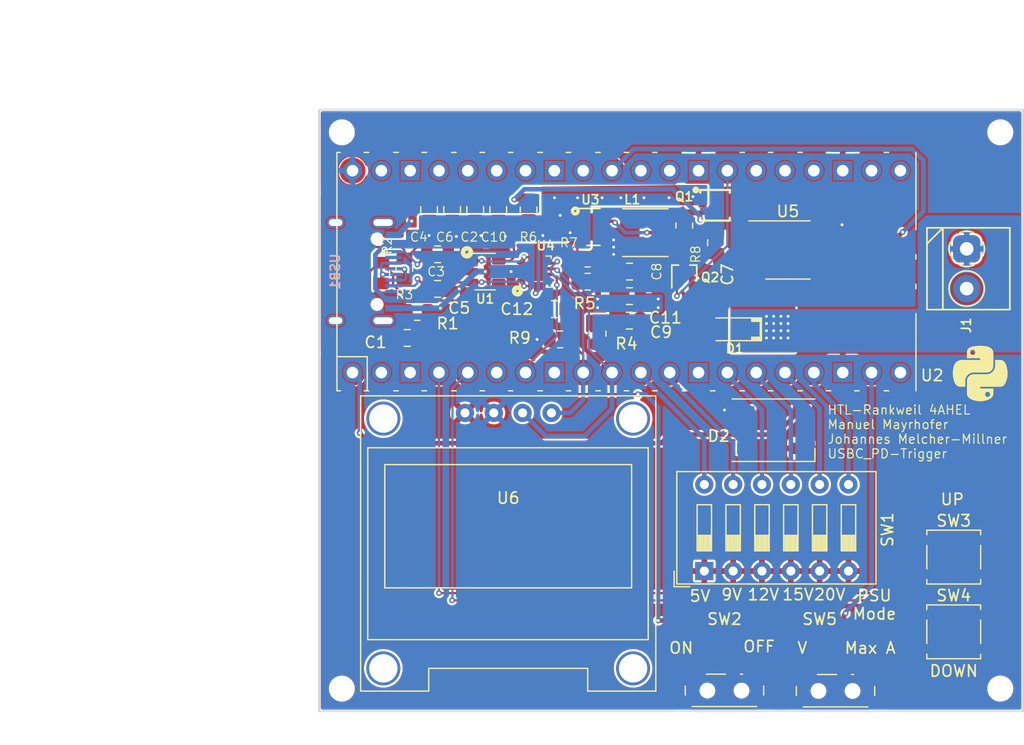
<source format=kicad_pcb>
(kicad_pcb (version 20221018) (generator pcbnew)
  (layers (0 "F.Cu" signal) (31 "B.Cu" signal) (34 "B.Paste" user) (35 "F.Paste" user) (36 "B.SilkS" user "B.Silkscreen") (37 "F.SilkS" user "F.Silkscreen") (38 "B.Mask" user) (39 "F.Mask" user) (44 "Edge.Cuts" user))
  (net 0 "")
  (net 1 "GND")
  (net 2 "/CC1")
  (net 3 "/CC2")
  (net 4 "/SHIELD")
  (net 5 "/D1_N")
  (net 6 "/D_N")
  (net 7 "+5V")
  (net 8 "VBUS")
  (net 9 "ENOUT")
  (net 10 "SDA")
  (net 11 "SCL")
  (net 13 "Net-(D2-DIN)")
  (net 14 "/SW1")
  (net 15 "/D1_P")
  (net 16 "Net-(Q1-G)")
  (net 17 "Net-(Q2-C)")
  (net 18 "Net-(U3-FB)")
  (net 19 "/D_P")
  (net 20 "/OUT")
  (net 21 "Net-(SW2A-B)")
  (net 22 "Net-(U2-GPIO2)")
  (net 23 "Net-(U2-GPIO3)")
  (net 24 "Net-(SW5A-B)")
  (net 25 "ENPSU")
  (net 26 "EN20V")
  (net 27 "EN15V")
  (net 28 "EN12V")
  (net 29 "EN9V")
  (net 30 "EN5V")
  (net 31 "INT_N")
  (net 32 "unconnected-(U2-GPIO1-Pad2)")
  (net 33 "Net-(U2-GPIO15)")
  (net 41 "ADC0")
  (net 48 "/HALL_IN")
  (footprint "-Passive:L_4012" (layer "F.Cu") (at 203.735 97.841 180)
    (fp_text reference "L1")
    (fp_text value "10uH")
  )
  (footprint "Capacitor_SMD:C_0805_2012Metric" (layer "F.Cu") (at 202.338 103.429)
    (fp_text reference "C11")
    (fp_text value "10uF")
  )
  (footprint "-Chip:WQFN-14-1EP_2.5x2.5mm_P0.5mm_EP1.45x1.45mm" (layer "F.Cu") (at 194.069 101.27)
    (fp_text reference "U4")
    (fp_text value "FUSB302BMPX")
  )
  (footprint "Capacitor_SMD:C_0805_2012Metric" (layer "F.Cu") (at 185.433 99.746 180)
    (fp_text reference "C3")
    (fp_text value "330pF")
  )
  (footprint "LED_SMD:LED_WS2812B_PLCC4_5.0x5.0mm_P3.2mm" (layer "F.Cu") (at 215.024 115.24)
    (fp_text reference "D2")
    (fp_text value "WS2812B")
  )
  (footprint "-Discrete:D_SOD-123" (layer "F.Cu") (at 211.609 106.35 180)
    (fp_text reference "D1")
    (fp_text value "SMF22A")
  )
  (footprint "Capacitor_SMD:C_0805_2012Metric" (layer "F.Cu") (at 184.685 95.809 90)
    (fp_text reference "C4")
    (fp_text value "1uF 50V")
  )
  (footprint "-Chip:SOT-23-6" (layer "F.Cu") (at 189.624 101.27 180)
    (fp_text reference "U1")
    (fp_text value "SRV05-4")
  )
  (footprint "Capacitor_SMD:C_0805_2012Metric" (layer "F.Cu") (at 185.433 102.794 180)
    (fp_text reference "C5")
    (fp_text value "330pF")
  )
  (footprint "Button_Switch_THT:SW_DIP_SPSTx06_Slide_9.78x17.42mm_W7.62mm_P2.54mm" (layer "F.Cu") (at 208.928 127.6435 90)
    (fp_text reference "SW1")
    (fp_text value "SW_DIP_x06")
  )
  (footprint "Capacitor_SMD:C_0805_2012Metric" (layer "F.Cu") (at 195.72 104.572)
    (fp_text reference "C12")
    (fp_text value "0.1uF")
  )
  (footprint "-Hole:D1_8_PAD" (layer "F.Cu") (at 235 138)
    (fp_text reference "H4" hide)
    (fp_text value "MountingHole")
  )
  (footprint "Capacitor_SMD:C_0805_2012Metric" (layer "F.Cu") (at 186.717 95.809 90)
    (fp_text reference "C6")
    (fp_text value "1uF 50V")
  )
  (footprint "Capacitor_SMD:C_0805_2012Metric" (layer "F.Cu") (at 190.781 95.809 90)
    (fp_text reference "C10")
    (fp_text value "0.1uF")
  )
  (footprint "-Discrete:SOT-323_SC-70" (layer "F.Cu") (at 207.164 101.397 90)
    (fp_text reference "Q2")
    (fp_text value "DTC143E")
  )
  (footprint "Resistor_SMD:R_0805_2012Metric" (layer "F.Cu") (at 180.48 101.397 -90)
    (fp_text reference "R2")
    (fp_text value "22R")
  )
  (footprint "-Hole:D1_8_PAD" (layer "F.Cu") (at 235 89)
    (fp_text reference "H2" hide)
    (fp_text value "MountingHole")
  )
  (footprint "Resistor_SMD:R_0805_2012Metric" (layer "F.Cu") (at 196.228 107.239)
    (fp_text reference "R9")
    (fp_text value "2k")
  )
  (footprint "Capacitor_SMD:C_0805_2012Metric" (layer "F.Cu") (at 188.749 95.809 90)
    (fp_text reference "C2")
    (fp_text value "1uF 50V")
  )
  (footprint "Capacitor_SMD:C_0805_2012Metric" (layer "F.Cu") (at 182.766 107.112)
    (fp_text reference "C1")
    (fp_text value "10nF")
  )
  (footprint "-Chip:WSON-10-1EP_2x3mm_P0.5mm_EP0.84x2.4mm" (layer "F.Cu") (at 199.163 97.333)
    (fp_text reference "U3")
    (fp_text value "TPS62175DQC")
  )
  (footprint "Capacitor_SMD:C_0805_2012Metric" (layer "F.Cu") (at 209.958 98.73 -90)
    (fp_text reference "C7")
    (fp_text value "1uF 50V")
  )
  (footprint "Resistor_SMD:R_0805_2012Metric" (layer "F.Cu") (at 199.53 106.731 -90)
    (fp_text reference "R4")
    (fp_text value "2k")
  )
  (footprint "Capacitor_SMD:C_0805_2012Metric" (layer "F.Cu") (at 202.338 101.27)
    (fp_text reference "C8")
    (fp_text value "10uF")
  )
  (footprint "Resistor_SMD:R_0805_2012Metric" (layer "F.Cu") (at 182.512 101.016 -90)
    (fp_text reference "R3")
    (fp_text value "22R")
  )
  (footprint "Resistor_SMD:R_0805_2012Metric" (layer "F.Cu") (at 198.655 102.159)
    (fp_text reference "R5")
    (fp_text value "51k")
  )
  (footprint "Button_Switch_SMD:SW_SPDT_PCM12" (layer "F.Cu") (at 220.485 137.879)
    (fp_text reference "SW5")
    (fp_text value "SW_DPST_x2")
  )
  (footprint "LOGO" (layer "F.Cu") (at 233.312 110.541)
    (fp_text reference "G***" hide)
    (fp_text value "LOGO" hide)
  )
  (footprint "Resistor_SMD:R_0805_2012Metric" (layer "F.Cu") (at 193.448 95.809 90)
    (fp_text reference "R6")
    (fp_text value "10k")
  )
  (footprint "Package_SO:SOIC-8_3.9x4.9mm_P1.27mm" (layer "F.Cu") (at 216.294 99.365)
    (fp_text reference "U5")
    (fp_text value "ACS723xLCTR-10AB")
  )
  (footprint "Resistor_SMD:R_0805_2012Metric" (layer "F.Cu") (at 183.6455 104.826)
    (fp_text reference "R1")
    (fp_text value "10k")
  )
  (footprint "Button_Switch_SMD:SW_SPST_TL3305B" (layer "F.Cu") (at 230.899 126.416)
    (fp_text reference "SW3")
    (fp_text value "SW_Push")
  )
  (footprint "-Hole:D1_8_PAD" (layer "F.Cu") (at 177 89)
    (fp_text reference "H1" hide)
    (fp_text value "MountingHole")
  )
  (footprint "-Hole:D1_8_PAD" (layer "F.Cu") (at 177 138)
    (fp_text reference "H3" hide)
    (fp_text value "MountingHole")
  )
  (footprint "Resistor_SMD:R_0805_2012Metric" (layer "F.Cu") (at 198.655 100.127 180)
    (fp_text reference "R7")
    (fp_text value "270k")
  )
  (footprint "Resistor_SMD:R_0805_2012Metric" (layer "F.Cu") (at 207.164 97.206 -90)
    (fp_text reference "R8")
    (fp_text value "1k")
  )
  (footprint "MCU_RaspberryPi_and_Boards:RPi_Pico_SMD_TH" (layer "F.Cu") (at 202.07 101.27 90)
    (fp_text reference "U2")
    (fp_text value "Pico")
  )
  (footprint "Button_Switch_SMD:SW_SPDT_PCM12" (layer "F.Cu") (at 210.706 137.846)
    (fp_text reference "SW2")
    (fp_text value "SW_DPST_x2")
  )
  (footprint "Capacitor_SMD:C_0805_2012Metric" (layer "F.Cu") (at 202.324 105.588)
    (fp_text reference "C9")
    (fp_text value "10uF")
  )
  (footprint "Button_Switch_SMD:SW_SPST_TL3305B" (layer "F.Cu") (at 230.899 133)
    (fp_text reference "SW4")
    (fp_text value "SW_Push")
  )
  (footprint "-Chip:DFN-2523-6" (layer "F.Cu") (at 209.875 95.428)
    (fp_text reference "Q1")
    (fp_text value "DMP3017SFK" hide)
  )
  (footprint "OLED094:SSD1306_0.96_Oled" (layer "F.Cu") (at 178.656 138.216)
    (fp_text reference "U6")
    (fp_text value "oledSym")
  )
  (footprint "-Connector:TerminalBlock_3.5mm_2P" (layer "F.Cu") (at 232.042 101.016 -90)
    (fp_text reference "J1")
    (fp_text value "Conn_01x02")
  )
  (footprint "-Connector:HRO-TYPE-C-31-M-12" (layer "B.Cu") (at 173.855 101.27 90)
    (fp_text reference "USB1")
    (fp_text value "HRO-TYPE-C-31-M-12")
  )
  (gr_poly (pts (xy 237 140) (xy 175 140) (xy 175 110) (xy 175 109.504) (xy 175 94.264) (xy 175 93.264) (xy 175 87) (xy 237 87)) (stroke (width 0.15)) (fill none) (layer "Edge.Cuts"))
  (gr_text "15V" (at 217.183 129.718) (layer "F.SilkS") (effects (font (size 1 1))))
  (gr_text "UP" (at 230.772 121.336) (layer "F.SilkS") (effects (font (size 1 1))))
  (gr_text "PSU\nMode" (at 223.914 130.607) (layer "F.SilkS") (effects (font (size 1 1))))
  (gr_text "12V" (at 214.135 129.718) (layer "F.SilkS") (effects (font (size 1 1))))
  (gr_text "9V" (at 211.341 129.718) (layer "F.SilkS") (effects (font (size 1 1))))
  (gr_text "5V" (at 208.547 129.845) (layer "F.SilkS") (effects (font (size 1 1))))
  (gr_text "20V" (at 219.977 129.718) (layer "F.SilkS") (effects (font (size 1 1))))
  (gr_text "DOWN" (at 230.899 136.449) (layer "F.SilkS") (effects (font (size 1 1))))
  (gr_text "OFF" (at 213.754 134.29) (layer "F.SilkS") (effects (font (size 1 1))))
  (gr_text "V" (at 217.564 134.417) (layer "F.SilkS") (effects (font (size 1 1))))
  (gr_text "Max A" (at 223.533 134.417) (layer "F.SilkS") (effects (font (size 1 1))))
  (gr_text "HTL-Rankweil 4AHEL\nManuel Mayrhofer\nJohannes Melcher-Millner\nUSBC_PD-Trigger\n" (at 219.723 117.78) (layer "F.SilkS") (effects (font (size 0.8 0.8) (thickness 0.1)) (justify left bottom)))
  (gr_text "ON" (at 206.896 134.417) (layer "F.SilkS") (effects (font (size 1 1))))
  (segment (start 199.163 97.833) (end 198.213 97.833) (width 0.2) (layer "F.Cu") (net 1))
  (segment (start 199.163 96.333) (end 199.163 97.333) (width 0.2) (layer "F.Cu") (net 1))
  (segment (start 196.609 99.746) (end 196.609 99.263415) (width 0.2) (layer "F.Cu") (net 1))
  (segment (start 199.163 98.333) (end 199.163 97.833) (width 0.2) (layer "F.Cu") (net 1))
  (segment (start 200.113 98.333) (end 199.163 98.333) (width 0.2) (layer "F.Cu") (net 1))
  (segment (start 198.039415 97.833) (end 198.063 97.833) (width 0.2) (layer "F.Cu") (net 1))
  (segment (start 196.609 99.263415) (end 198.039415 97.833) (width 0.2) (layer "F.Cu") (net 1))
  (segment (start 199.163 97.833) (end 199.163 97.333) (width 0.2) (layer "F.Cu") (net 1))
  (segment (start 198.213 96.333) (end 199.163 96.333) (width 0.2) (layer "F.Cu") (net 1))
  (via (at 204.864 104.445) (size 0.5) (drill 0.25) (layers "F.Cu" "B.Cu") (net 1))
  (via (at 204.864 103.683) (size 0.5) (drill 0.25) (layers "F.Cu" "B.Cu") (net 1))
  (via (at 199.53 103.683) (size 0.5) (drill 0.25) (layers "F.Cu" "B.Cu") (net 1))
  (via (at 199.53 104.445) (size 0.5) (drill 0.25) (layers "F.Cu" "B.Cu") (net 1))
  (via (at 183.147 96.825) (size 0.5) (drill 0.25) (layers "F.Cu" "B.Cu") (net 1))
  (via (at 185.687 104.495) (size 0.5) (drill 0.25) (layers "F.Cu" "B.Cu") (net 1))
  (via (at 189.624 101.27) (size 0.5) (drill 0.25) (layers "F.Cu" "B.Cu") (net 1))
  (via (at 187.338 102.794) (size 0.5) (drill 0.25) (layers "F.Cu" "B.Cu") (net 1))
  (segment (start 185.687 104.495) (end 185.687 104.445) (width 0.5) (layer "B.Cu") (net 1))
  (segment (start 188.862 101.27) (end 189.624 101.27) (width 0.5) (layer "B.Cu") (net 1))
  (segment (start 181.55 98.045) (end 181.927 98.045) (width 0.5) (layer "B.Cu") (net 1))
  (segment (start 181.927 98.045) (end 183.147 96.825) (width 0.5) (layer "B.Cu") (net 1))
  (segment (start 185.687 104.495) (end 181.55 104.495) (width 0.5) (layer "B.Cu") (net 1))
  (segment (start 187.338 102.794) (end 188.862 101.27) (width 0.5) (layer "B.Cu") (net 1))
  (segment (start 185.687 104.445) (end 187.338 102.794) (width 0.5) (layer "B.Cu") (net 1))
  (segment (start 186.860817 101.769) (end 187.311817 102.22) (width 0.2) (layer "F.Cu") (net 2))
  (segment (start 193.053 102.54) (end 193.053 102.219) (width 0.2) (layer "F.Cu") (net 2))
  (segment (start 193.053 102.54) (end 193.514 102.54) (width 0.2) (layer "F.Cu") (net 2))
  (segment (start 184.483 102.7265) (end 184.483 102.794) (width 0.2) (layer "F.Cu") (net 2))
  (segment (start 184.483 102.474) (end 185.188 101.769) (width 0.2) (layer "F.Cu") (net 2))
  (segment (start 193.514 102.54) (end 193.569 102.485) (width 0.2) (layer "F.Cu") (net 2))
  (segment (start 193.053 102.219) (end 192.854 102.02) (width 0.2) (layer "F.Cu") (net 2))
  (segment (start 185.188 101.769) (end 186.860817 101.769) (width 0.2) (layer "F.Cu") (net 2))
  (segment (start 187.311817 102.22) (end 188.424 102.22) (width 0.2) (layer "F.Cu") (net 2))
  (segment (start 189.309 102.1955) (end 189.2845 102.22) (width 0.2) (layer "F.Cu") (net 2))
  (segment (start 189.2845 102.22) (end 188.424 102.22) (width 0.2) (layer "F.Cu") (net 2))
  (segment (start 184.483 102.794) (end 184.483 102.474) (width 0.2) (layer "F.Cu") (net 2))
  (segment (start 183.6615 101.905) (end 184.483 102.7265) (width 0.2) (layer "F.Cu") (net 2))
  (via (at 193.053 102.54) (size 0.5) (drill 0.25) (layers "F.Cu" "B.Cu") (net 2))
  (via (at 183.6615 101.905) (size 0.5) (drill 0.25) (layers "F.Cu" "B.Cu") (net 2))
  (via (at 189.309 102.1955) (size 0.5) (drill 0.25) (layers "F.Cu" "B.Cu") (net 2))
  (segment (start 183.6615 101.905) (end 183.6615 102.2795) (width 0.2) (layer "B.Cu") (net 2))
  (segment (start 192.672 102.159) (end 193.053 102.54) (width 0.2) (layer "B.Cu") (net 2))
  (segment (start 189.3455 102.159) (end 192.672 102.159) (width 0.2) (layer "B.Cu") (net 2))
  (segment (start 189.309 102.1955) (end 189.3455 102.159) (width 0.2) (layer "B.Cu") (net 2))
  (segment (start 183.6615 102.2795) (end 183.421 102.52) (width 0.2) (layer "B.Cu") (net 2))
  (segment (start 183.421 102.52) (end 181.55 102.52) (width 0.2) (layer "B.Cu") (net 2))
  (segment (start 193.053 100.321) (end 192.854 100.52) (width 0.2) (layer "F.Cu") (net 3))
  (segment (start 184.483 99.807) (end 183.655 100.635) (width 0.2) (layer "F.Cu") (net 3))
  (segment (start 193.053 100) (end 193.053 100.321) (width 0.2) (layer "F.Cu") (net 3))
  (segment (start 188.424 100.32) (end 187.311817 100.32) (width 0.2) (layer "F.Cu") (net 3))
  (segment (start 185.188 100.771) (end 184.483 100.066) (width 0.2) (layer "F.Cu") (net 3))
  (segment (start 193.514 100) (end 193.569 100.055) (width 0.2) (layer "F.Cu") (net 3))
  (segment (start 184.483 100.066) (end 184.483 99.746) (width 0.2) (layer "F.Cu") (net 3))
  (segment (start 187.311817 100.32) (end 186.860817 100.771) (width 0.2) (layer "F.Cu") (net 3))
  (segment (start 193.053 100) (end 193.514 100) (width 0.2) (layer "F.Cu") (net 3))
  (segment (start 189.309 100.32) (end 188.424 100.32) (width 0.2) (layer "F.Cu") (net 3))
  (segment (start 186.860817 100.771) (end 185.188 100.771) (width 0.2) (layer "F.Cu") (net 3))
  (segment (start 184.483 99.746) (end 184.483 99.807) (width 0.2) (layer "F.Cu") (net 3))
  (via (at 183.655 100.635) (size 0.5) (drill 0.25) (layers "F.Cu" "B.Cu") (net 3))
  (via (at 193.053 100) (size 0.5) (drill 0.25) (layers "F.Cu" "B.Cu") (net 3))
  (via (at 189.309 100.32) (size 0.5) (drill 0.25) (layers "F.Cu" "B.Cu") (net 3))
  (segment (start 189.37 100.381) (end 192.672 100.381) (width 0.2) (layer "B.Cu") (net 3))
  (segment (start 189.309 100.32) (end 189.37 100.381) (width 0.2) (layer "B.Cu") (net 3))
  (segment (start 183.655 100.635) (end 182.54 99.52) (width 0.2) (layer "B.Cu") (net 3))
  (segment (start 192.672 100.381) (end 193.053 100) (width 0.2) (layer "B.Cu") (net 3))
  (segment (start 182.54 99.52) (end 181.55 99.52) (width 0.2) (layer "B.Cu") (net 3))
  (segment (start 190.013276 98.839724) (end 190.013276 98.839725) (width 0.2) (layer "F.Cu") (net 5))
  (segment (start 182.622683 100.1035) (end 182.512 100.1035) (width 0.2) (layer "F.Cu") (net 5))
  (segment (start 177.99 100.254) (end 178.067 100.254) (width 0.2) (layer "F.Cu") (net 5))
  (segment (start 192.164 99.238) (end 191.647 98.721) (width 0.2) (layer "F.Cu") (net 5))
  (segment (start 189.294552 98.721) (end 188.932 98.721) (width 0.2) (layer "F.Cu") (net 5))
  (segment (start 191.844 100.32) (end 192.164 100) (width 0.2) (layer "F.Cu") (net 5))
  (segment (start 179.21 99.111) (end 182.258 99.111) (width 0.2) (layer "F.Cu") (net 5))
  (segment (start 192.164 100) (end 192.164 99.238) (width 0.2) (layer "F.Cu") (net 5))
  (segment (start 184.005183 98.721) (end 182.622683 100.1035) (width 0.2) (layer "F.Cu") (net 5))
  (segment (start 178.067 100.254) (end 179.21 99.111) (width 0.2) (layer "F.Cu") (net 5))
  (segment (start 182.512 99.365) (end 182.512 100.1035) (width 0.2) (layer "F.Cu") (net 5))
  (segment (start 188.932 98.721) (end 184.005183 98.721) (width 0.2) (layer "F.Cu") (net 5))
  (segment (start 182.258 99.111) (end 182.512 99.365) (width 0.2) (layer "F.Cu") (net 5))
  (segment (start 190.824 100.32) (end 191.844 100.32) (width 0.2) (layer "F.Cu") (net 5))
  (segment (start 189.894552 98.958449) (end 189.532 98.958449) (width 0.2) (layer "F.Cu") (net 5))
  (segment (start 191.647 98.721) (end 190.132 98.721) (width 0.2) (layer "F.Cu") (net 5))
  (segment (start 189.413276 98.839725) (end 189.413276 98.839724) (width 0.2) (layer "F.Cu") (net 5))
  (arc (start 189.532 98.958449) (mid 189.448049 98.923676) (end 189.413276 98.839725) (width 0.2) (layer "F.Cu") (net 5))
  (arc (start 189.413276 98.839724) (mid 189.378503 98.755773) (end 189.294552 98.721) (width 0.2) (layer "F.Cu") (net 5))
  (arc (start 190.132 98.721) (mid 190.048049 98.755773) (end 190.013276 98.839724) (width 0.2) (layer "F.Cu") (net 5))
  (arc (start 190.013276 98.839725) (mid 189.978503 98.923676) (end 189.894552 98.958449) (width 0.2) (layer "F.Cu") (net 5))
  (segment (start 182.512 101.9285) (end 182.512 101.0695) (width 0.2) (layer "F.Cu") (net 6))
  (segment (start 182.512 101.0695) (end 182.516 101.0655) (width 0.2) (layer "F.Cu") (net 6))
  (via (at 182.516 101.0655) (size 0.5) (drill 0.25) (layers "F.Cu" "B.Cu") (net 6))
  (segment (start 182.524 102.02) (end 181.55 102.02) (width 0.2) (layer "B.Cu") (net 6))
  (segment (start 182.639 101.143) (end 182.639 101.651) (width 0.2) (layer "B.Cu") (net 6))
  (segment (start 182.639 101.905) (end 182.524 102.02) (width 0.2) (layer "B.Cu") (net 6))
  (segment (start 182.639 101.651) (end 182.639 101.905) (width 0.2) (layer "B.Cu") (net 6))
  (segment (start 182.516 101.02) (end 182.639 101.143) (width 0.2) (layer "B.Cu") (net 6))
  (segment (start 181.55 101.02) (end 182.516 101.02) (width 0.2) (layer "B.Cu") (net 6))
  (segment (start 194.77 104.572) (end 195.151 104.191) (width 0.4) (layer "F.Cu") (net 7))
  (segment (start 220.6755 97.5235) (end 221.0565 97.1425) (width 0.3) (layer "F.Cu") (net 7))
  (segment (start 195.085 102.54) (end 195.085 102.219) (width 0.2) (layer "F.Cu") (net 7))
  (segment (start 191.91 101.27) (end 192.16 101.02) (width 0.2) (layer "F.Cu") (net 7))
  (segment (start 194.196 107.239) (end 195.0615 107.239) (width 0.4) (layer "F.Cu") (net 7))
  (segment (start 210.834 113.59) (end 210.706 113.462) (width 0.25) (layer "F.Cu") (net 7))
  (segment (start 194.624 102.54) (end 194.569 102.485) (width 0.2) (layer "F.Cu") (net 7))
  (segment (start 195.151 104.191) (end 195.151 102.606) (width 0.4) (layer "F.Cu") (net 7))
  (segment (start 192.16 101.52) (end 191.91 101.27) (width 0.2) (layer "F.Cu") (net 7))
  (segment (start 192.16 101.02) (end 192.854 101.02) (width 0.2) (layer "F.Cu") (net 7))
  (segment (start 195.085 102.54) (end 194.624 102.54) (width 0.2) (layer "F.Cu") (net 7))
  (segment (start 195.085 102.219) (end 195.284 102.02) (width 0.2) (layer "F.Cu") (net 7))
  (segment (start 190.824 101.27) (end 191.91 101.27) (width 0.2) (layer "F.Cu") (net 7))
  (segment (start 218.8485 97.5235) (end 220.6755 97.5235) (width 0.3) (layer "F.Cu") (net 7))
  (segment (start 195.0615 107.239) (end 195.3155 107.493) (width 0.4) (layer "F.Cu") (net 7))
  (segment (start 192.854 101.52) (end 192.16 101.52) (width 0.2) (layer "F.Cu") (net 7))
  (segment (start 212.574 113.59) (end 210.834 113.59) (width 0.25) (layer "F.Cu") (net 7))
  (segment (start 195.151 102.606) (end 195.085 102.54) (width 0.2) (layer "F.Cu") (net 7))
  (via (at 195.085 102.54) (size 0.5) (drill 0.25) (layers "F.Cu" "B.Cu") (net 7))
  (via (at 200.941 99.746) (size 0.5) (drill 0.25) (layers "F.Cu" "B.Cu") (net 7))
  (via (at 221.0565 97.1425) (size 0.5) (drill 0.25) (layers "F.Cu" "B.Cu") (net 7))
  (via (at 191.91 101.27) (size 0.5) (drill 0.25) (layers "F.Cu" "B.Cu") (net 7))
  (via (at 200.941 98.476) (size 0.5) (drill 0.25) (layers "F.Cu" "B.Cu") (net 7))
  (via (at 194.196 107.239) (size 0.5) (drill 0.25) (layers "F.Cu" "B.Cu") (net 7))
  (via (at 200.941 99.111) (size 0.5) (drill 0.25) (layers "F.Cu" "B.Cu") (net 7))
  (via (at 210.706 113.462) (size 0.5) (drill 0.25) (layers "F.Cu" "B.Cu") (net 7))
  (segment (start 194.069 102.485) (end 194.069 103.175) (width 0.3) (layer "F.Cu") (net 8))
  (via (at 197.117 97.841) (size 0.5) (drill 0.25) (layers "F.Cu" "B.Cu") (net 8))
  (via (at 195.734 94.7655) (size 0.5) (drill 0.25) (layers "F.Cu" "B.Cu") (net 8))
  (via (at 187.084 98.1715) (size 0.5) (drill 0.25) (layers "F.Cu" "B.Cu") (net 8))
  (via (at 201.576 94.7655) (size 0.5) (drill 0.25) (layers "F.Cu" "B.Cu") (net 8))
  (via (at 184.685 98.095) (size 0.5) (drill 0.25) (layers "F.Cu" "B.Cu") (net 8))
  (via (at 205.823642 94.7655) (size 0.5) (drill 0.25) (layers "F.Cu" "B.Cu") (net 8))
  (via (at 199.925 94.7655) (size 0.5) (drill 0.25) (layers "F.Cu" "B.Cu") (net 8))
  (via (at 207.926 94.666) (size 0.5) (drill 0.25) (layers "F.Cu" "B.Cu") (net 8))
  (via (at 197.766 94.7655) (size 0.5) (drill 0.25) (layers "F.Cu" "B.Cu") (net 8))
  (via (at 194.069 103.175) (size 0.5) (drill 0.25) (layers "F.Cu" "B.Cu") (net 8))
  (via (at 191.402 98.1715) (size 0.5) (drill 0.25) (layers "F.Cu" "B.Cu") (net 8))
  (via (at 189.243 98.095) (size 0.5) (drill 0.25) (layers "F.Cu" "B.Cu") (net 8))
  (via (at 196.228 96.317) (size 0.5) (drill 0.25) (layers "F.Cu" "B.Cu") (net 8))
  (via (at 203.608 94.7655) (size 0.5) (drill 0.25) (layers "F.Cu" "B.Cu") (net 8))
  (via (at 194.704 98.095) (size 0.5) (drill 0.25) (layers "F.Cu" "B.Cu") (net 8))
  (segment (start 194.069 103.175) (end 194.323 102.921) (width 0.3) (layer "B.Cu") (net 8))
  (segment (start 180.898 98.82) (end 181.55 98.82) (width 0.4) (layer "B.Cu") (net 8))
  (segment (start 194.323 98.476) (end 194.704 98.095) (width 0.3) (layer "B.Cu") (net 8))
  (segment (start 179.953 102.775) (end 179.953 99.765) (width 0.4) (layer "B.Cu") (net 8))
  (segment (start 180.898 103.72) (end 179.953 102.775) (width 0.4) (layer "B.Cu") (net 8))
  (segment (start 179.953 99.765) (end 180.898 98.82) (width 0.4) (layer "B.Cu") (net 8))
  (segment (start 194.323 102.921) (end 194.323 98.476) (width 0.3) (layer "B.Cu") (net 8))
  (segment (start 181.55 103.72) (end 180.898 103.72) (width 0.4) (layer "B.Cu") (net 8))
  (segment (start 206.515 103.429) (end 206.515 102.398) (width 0.2) (layer "F.Cu") (net 9))
  (segment (start 206.515 102.398) (end 206.514 102.397) (width 0.2) (layer "F.Cu") (net 9))
  (via (at 206.515 103.429) (size 0.5) (drill 0.25) (layers "F.Cu" "B.Cu") (net 9))
  (segment (start 210.96 98.984) (end 206.515 103.429) (width 0.2) (layer "B.Cu") (net 9))
  (segment (start 210.96 92.38) (end 210.96 98.984) (width 0.2) (layer "B.Cu") (net 9))
  (segment (start 195.284 100.52) (end 195.835 100.52) (width 0.2) (layer "F.Cu") (net 10))
  (segment (start 195.835 100.52) (end 195.974 100.381) (width 0.2) (layer "F.Cu") (net 10))
  (segment (start 198.26 108.6125) (end 197.1405 107.493) (width 0.2) (layer "F.Cu") (net 10))
  (segment (start 198.26 110.16) (end 198.26 108.6125) (width 0.2) (layer "F.Cu") (net 10))
  (via (at 195.974 100.381) (size 0.5) (drill 0.25) (layers "F.Cu" "B.Cu") (net 10))
  (segment (start 195.974 100.381) (end 195.958182 100.381) (width 0.2) (layer "B.Cu") (net 10))
  (segment (start 195.424 100.915182) (end 195.424 101.370818) (width 0.2) (layer "B.Cu") (net 10))
  (segment (start 198.26 112.573) (end 198.26 110.16) (width 0.4) (layer "B.Cu") (net 10))
  (segment (start 195.958182 100.381) (end 195.424 100.915182) (width 0.2) (layer "B.Cu") (net 10))
  (segment (start 195.746182 101.693) (end 195.958314 101.693) (width 0.2) (layer "B.Cu") (net 10))
  (segment (start 195.466 113.716) (end 197.117 113.716) (width 0.4) (layer "B.Cu") (net 10))
  (segment (start 195.424 101.370818) (end 195.746182 101.693) (width 0.2) (layer "B.Cu") (net 10))
  (segment (start 195.958314 101.693) (end 198.26 103.994686) (width 0.2) (layer "B.Cu") (net 10))
  (segment (start 198.26 103.994686) (end 198.26 110.16) (width 0.2) (layer "B.Cu") (net 10))
  (segment (start 197.117 113.716) (end 198.26 112.573) (width 0.4) (layer "B.Cu") (net 10))
  (segment (start 195.851 101.02) (end 195.974 101.143) (width 0.2) (layer "F.Cu") (net 11))
  (segment (start 200.8 108.9135) (end 199.53 107.6435) (width 0.2) (layer "F.Cu") (net 11))
  (segment (start 195.284 101.02) (end 195.851 101.02) (width 0.2) (layer "F.Cu") (net 11))
  (segment (start 200.8 110.16) (end 200.8 108.9135) (width 0.2) (layer "F.Cu") (net 11))
  (via (at 195.974 101.143) (size 0.5) (drill 0.25) (layers "F.Cu" "B.Cu") (net 11))
  (segment (start 198.768 108.128) (end 200.8 110.16) (width 0.2) (layer "B.Cu") (net 11))
  (segment (start 195.974 101.143) (end 198.768 103.937) (width 0.2) (layer "B.Cu") (net 11))
  (segment (start 198.387 115.748) (end 200.8 113.335) (width 0.4) (layer "B.Cu") (net 11))
  (segment (start 200.8 113.335) (end 200.8 110.16) (width 0.4) (layer "B.Cu") (net 11))
  (segment (start 192.926 113.716) (end 194.958 115.748) (width 0.4) (layer "B.Cu") (net 11))
  (segment (start 194.958 115.748) (end 198.387 115.748) (width 0.4) (layer "B.Cu") (net 11))
  (segment (start 198.768 103.937) (end 198.768 108.128) (width 0.2) (layer "B.Cu") (net 11))
  (segment (start 179.464 116.383) (end 205.118 116.383) (width 0.4) (layer "F.Cu") (net 13))
  (segment (start 217.474 113.372) (end 217.474 113.59) (width 0.4) (layer "F.Cu") (net 13))
  (segment (start 215.225 115.621) (end 217.474 113.372) (width 0.4) (layer "F.Cu") (net 13))
  (segment (start 205.118 116.383) (end 205.88 115.621) (width 0.4) (layer "F.Cu") (net 13))
  (segment (start 178.575 115.494) (end 179.464 116.383) (width 0.4) (layer "F.Cu") (net 13))
  (segment (start 205.88 115.621) (end 215.225 115.621) (width 0.4) (layer "F.Cu") (net 13))
  (via (at 178.575 115.494) (size 0.5) (drill 0.25) (layers "F.Cu" "B.Cu") (net 13))
  (segment (start 178.575 110.795) (end 177.94 110.16) (width 0.4) (layer "B.Cu") (net 13))
  (segment (start 178.575 115.494) (end 178.575 110.795) (width 0.4) (layer "B.Cu") (net 13))
  (segment (start 205.235 97.841) (end 203.862 97.841) (width 0.3) (layer "F.Cu") (net 14))
  (segment (start 200.949 96.833) (end 200.263 96.833) (width 0.3) (layer "F.Cu") (net 14))
  (segment (start 201.068 96.952) (end 200.949 96.833) (width 0.3) (layer "F.Cu") (net 14))
  (via (at 203.862 97.841) (size 0.5) (drill 0.25) (layers "F.Cu" "B.Cu") (net 14))
  (via (at 201.068 96.952) (size 0.5) (drill 0.25) (layers "F.Cu" "B.Cu") (net 14))
  (segment (start 201.068 96.952) (end 201.957 97.841) (width 0.3) (layer "B.Cu") (net 14))
  (segment (start 201.957 97.841) (end 203.862 97.841) (width 0.3) (layer "B.Cu") (net 14))
  (segment (start 181.512 101.5165) (end 181.512 102.418817) (width 0.2) (layer "F.Cu") (net 15))
  (segment (start 187.583 103.819) (end 188.657 102.745) (width 0.2) (layer "F.Cu") (net 15))
  (segment (start 178.194 103.556) (end 177.99 103.352) (width 0.2) (layer "F.Cu") (net 15))
  (segment (start 190.299 102.745) (end 190.824 102.22) (width 0.2) (layer "F.Cu") (net 15))
  (segment (start 188.657 102.745) (end 190.299 102.745) (width 0.2) (layer "F.Cu") (net 15))
  (segment (start 179.48 101.254) (end 179.48 103.032) (width 0.2) (layer "F.Cu") (net 15))
  (segment (start 182.912183 103.819) (end 187.583 103.819) (width 0.2) (layer "F.Cu") (net 15))
  (segment (start 178.956 103.556) (end 178.194 103.556) (width 0.2) (layer "F.Cu") (net 15))
  (segment (start 180.48 100.4845) (end 181.512 101.5165) (width 0.2) (layer "F.Cu") (net 15))
  (segment (start 181.512 102.418817) (end 182.912183 103.819) (width 0.2) (layer "F.Cu") (net 15))
  (segment (start 177.99 103.352) (end 177.99 102.286) (width 0.2) (layer "F.Cu") (net 15))
  (segment (start 179.48 103.032) (end 178.956 103.556) (width 0.2) (layer "F.Cu") (net 15))
  (segment (start 180.2495 100.4845) (end 179.48 101.254) (width 0.2) (layer "F.Cu") (net 15))
  (segment (start 180.48 100.4845) (end 180.2495 100.4845) (width 0.2) (layer "F.Cu") (net 15))
  (segment (start 207.339989 96.117511) (end 207.164 96.2935) (width 0.4) (layer "F.Cu") (net 16))
  (segment (start 208.561 96.117511) (end 207.339989 96.117511) (width 0.4) (layer "F.Cu") (net 16))
  (segment (start 208.561 96.698) (end 208.561 96.117511) (width 0.4) (layer "F.Cu") (net 16))
  (segment (start 193.448 94.8965) (end 192.2015 94.8965) (width 0.4) (layer "F.Cu") (net 16))
  (segment (start 192.2015 94.8965) (end 192.178 94.92) (width 0.4) (layer "F.Cu") (net 16))
  (via (at 208.561 96.698) (size 0.5) (drill 0.25) (layers "F.Cu" "B.Cu") (net 16))
  (via (at 192.178 94.92) (size 0.5) (drill 0.25) (layers "F.Cu" "B.Cu") (net 16))
  (segment (start 192.178 94.92) (end 193.068 94.03) (width 0.4) (layer "B.Cu") (net 16))
  (segment (start 193.068 94.016) (end 206.134 94.016) (width 0.4) (layer "B.Cu") (net 16))
  (segment (start 206.163239 94.016) (end 208.561 96.413761) (width 0.4) (layer "B.Cu") (net 16))
  (segment (start 208.561 96.413761) (end 208.561 96.698) (width 0.4) (layer "B.Cu") (net 16))
  (segment (start 193.068 94.03) (end 193.068 94.016) (width 0.4) (layer "B.Cu") (net 16))
  (segment (start 207.164 100.397) (end 207.164 98.1185) (width 0.5) (layer "F.Cu") (net 17))
  (segment (start 197.7425 102.032) (end 197.7425 100.127) (width 0.2) (layer "F.Cu") (net 18))
  (segment (start 197.7425 98.8035) (end 198.213 98.333) (width 0.2) (layer "F.Cu") (net 18))
  (segment (start 197.7425 100.127) (end 197.7425 98.8035) (width 0.2) (layer "F.Cu") (net 18))
  (segment (start 197.7425 100.127) (end 198.0945 99.775) (width 0.2) (layer "F.Cu") (net 18))
  (segment (start 180.48 101.643) (end 180.603 101.52) (width 0.2) (layer "F.Cu") (net 19))
  (segment (start 180.48 102.3095) (end 180.48 101.643) (width 0.2) (layer "F.Cu") (net 19))
  (via (at 180.603 101.52) (size 0.5) (drill 0.25) (layers "F.Cu" "B.Cu") (net 19))
  (segment (start 180.603 101.52) (end 180.48 101.397) (width 0.2) (layer "B.Cu") (net 19))
  (segment (start 180.595 100.52) (end 181.55 100.52) (width 0.2) (layer "B.Cu") (net 19))
  (segment (start 180.48 101.397) (end 180.48 101.143) (width 0.2) (layer "B.Cu") (net 19))
  (segment (start 181.55 101.52) (end 180.603 101.52) (width 0.2) (layer "B.Cu") (net 19))
  (segment (start 180.48 100.635) (end 180.595 100.52) (width 0.2) (layer "B.Cu") (net 19))
  (segment (start 180.48 101.143) (end 180.48 100.635) (width 0.2) (layer "B.Cu") (net 19))
  (via (at 216.308 107.112) (size 0.5) (drill 0.25) (layers "F.Cu" "B.Cu") (net 20))
  (via (at 215.038 105.842) (size 0.5) (drill 0.25) (layers "F.Cu" "B.Cu") (net 20))
  (via (at 215.673 105.207) (size 0.5) (drill 0.25) (layers "F.Cu" "B.Cu") (net 20))
  (via (at 216.308 105.842) (size 0.5) (drill 0.25) (layers "F.Cu" "B.Cu") (net 20))
  (via (at 215.038 106.477) (size 0.5) (drill 0.25) (layers "F.Cu" "B.Cu") (net 20))
  (via (at 215.673 107.112) (size 0.5) (drill 0.25) (layers "F.Cu" "B.Cu") (net 20))
  (via (at 214.403 105.207) (size 0.5) (drill 0.25) (layers "F.Cu" "B.Cu") (net 20))
  (via (at 214.403 106.477) (size 0.5) (drill 0.25) (layers "F.Cu" "B.Cu") (net 20))
  (via (at 215.038 105.207) (size 0.5) (drill 0.25) (layers "F.Cu" "B.Cu") (net 20))
  (via (at 216.308 105.207) (size 0.5) (drill 0.25) (layers "F.Cu" "B.Cu") (net 20))
  (via (at 215.673 106.477) (size 0.5) (drill 0.25) (layers "F.Cu" "B.Cu") (net 20))
  (via (at 216.308 106.477) (size 0.5) (drill 0.25) (layers "F.Cu" "B.Cu") (net 20))
  (via (at 214.403 107.112) (size 0.5) (drill 0.25) (layers "F.Cu" "B.Cu") (net 20))
  (via (at 214.403 105.842) (size 0.5) (drill 0.25) (layers "F.Cu" "B.Cu") (net 20))
  (via (at 215.038 107.112) (size 0.5) (drill 0.25) (layers "F.Cu" "B.Cu") (net 20))
  (via (at 215.673 105.842) (size 0.5) (drill 0.25) (layers "F.Cu" "B.Cu") (net 20))
  (segment (start 210.325 132.004) (end 211.456 133.135) (width 0.4) (layer "F.Cu") (net 21))
  (segment (start 204.864 132.004) (end 210.325 132.004) (width 0.4) (layer "F.Cu") (net 21))
  (segment (start 211.456 133.135) (end 211.456 136.703) (width 0.4) (layer "F.Cu") (net 21))
  (segment (start 203.086 112.065) (end 192.545 112.065) (width 0.2) (layer "F.Cu") (net 21))
  (segment (start 192.545 112.065) (end 190.64 110.16) (width 0.2) (layer "F.Cu") (net 21))
  (via (at 204.864 132.004) (size 0.5) (drill 0.25) (layers "F.Cu" "B.Cu") (net 21))
  (via (at 203.086 112.065) (size 0.5) (drill 0.25) (layers "F.Cu" "B.Cu") (net 21))
  (segment (start 204.864 132.004) (end 204.864 113.208) (width 0.4) (layer "B.Cu") (net 21))
  (segment (start 203.721 112.065) (end 203.086 112.065) (width 0.4) (layer "B.Cu") (net 21))
  (segment (start 204.864 113.208) (end 203.721 112.065) (width 0.4) (layer "B.Cu") (net 21))
  (segment (start 185.56 129.591) (end 225.531 129.591) (width 0.2) (layer "F.Cu") (net 22))
  (segment (start 227.206 127.916) (end 234.626 127.916) (width 0.2) (layer "F.Cu") (net 22))
  (segment (start 225.531 129.591) (end 227.206 127.916) (width 0.2) (layer "F.Cu") (net 22))
  (via (at 185.56 129.591) (size 0.5) (drill 0.25) (layers "F.Cu" "B.Cu") (net 22))
  (segment (start 185.56 129.591) (end 185.56 110.16) (width 0.2) (layer "B.Cu") (net 22))
  (segment (start 227.299 134.5) (end 234.499 134.5) (width 0.2) (layer "F.Cu") (net 23))
  (segment (start 227.299 134.5) (end 223.025 130.226) (width 0.2) (layer "F.Cu") (net 23))
  (segment (start 223.025 130.226) (end 186.703 130.226) (width 0.2) (layer "F.Cu") (net 23))
  (via (at 186.703 130.226) (size 0.5) (drill 0.25) (layers "F.Cu" "B.Cu") (net 23))
  (segment (start 186.74648 111.51352) (end 188.1 110.16) (width 0.2) (layer "B.Cu") (net 23))
  (segment (start 186.74648 114.371436) (end 186.74648 111.51352) (width 0.2) (layer "B.Cu") (net 23))
  (segment (start 186.74648 114.371436) (end 186.74648 130.18252) (width 0.2) (layer "B.Cu") (net 23))
  (segment (start 186.74648 130.18252) (end 186.703 130.226) (width 0.2) (layer "B.Cu") (net 23))
  (segment (start 221.247 136.437) (end 221.235 136.449) (width 0.4) (layer "F.Cu") (net 24))
  (segment (start 221.374 131.369) (end 221.247 131.496) (width 0.4) (layer "F.Cu") (net 24))
  (segment (start 221.247 131.496) (end 221.247 136.437) (width 0.4) (layer "F.Cu") (net 24))
  (via (at 221.374 131.369) (size 0.5) (drill 0.25) (layers "F.Cu" "B.Cu") (net 24))
  (segment (start 221.374 131.369) (end 221.374 131.242) (width 0.4) (layer "B.Cu") (net 24))
  (segment (start 221.374 131.242) (end 223.66 128.956) (width 0.4) (layer "B.Cu") (net 24))
  (segment (start 223.66 128.956) (end 223.66 110.16) (width 0.4) (layer "B.Cu") (net 24))
  (segment (start 218.58 111.176) (end 218.58 110.16) (width 0.4) (layer "B.Cu") (net 25))
  (segment (start 221.628 114.224) (end 218.58 111.176) (width 0.4) (layer "B.Cu") (net 25))
  (segment (start 221.628 120.0235) (end 221.628 114.224) (width 0.4) (layer "B.Cu") (net 25))
  (segment (start 219.088 120.0235) (end 219.088 113.335) (width 0.4) (layer "B.Cu") (net 26))
  (segment (start 216.04 110.287) (end 216.04 110.16) (width 0.4) (layer "B.Cu") (net 26))
  (segment (start 219.088 113.335) (end 216.04 110.287) (width 0.4) (layer "B.Cu") (net 26))
  (segment (start 216.548 113.462) (end 213.119 110.033) (width 0.4) (layer "B.Cu") (net 27))
  (segment (start 216.548 120.0235) (end 216.548 113.462) (width 0.4) (layer "B.Cu") (net 27))
  (segment (start 214.008 120.0235) (end 214.008 113.462) (width 0.4) (layer "B.Cu") (net 28))
  (segment (start 214.008 113.462) (end 210.579 110.033) (width 0.4) (layer "B.Cu") (net 28))
  (segment (start 205.88 110.795) (end 205.88 110.16) (width 0.4) (layer "B.Cu") (net 29))
  (segment (start 211.468 120.0235) (end 211.468 116.383) (width 0.4) (layer "B.Cu") (net 29))
  (segment (start 211.468 116.383) (end 205.88 110.795) (width 0.4) (layer "B.Cu") (net 29))
  (segment (start 203.34 110.414) (end 203.34 110.16) (width 0.4) (layer "B.Cu") (net 30))
  (segment (start 208.928 116.002) (end 203.34 110.414) (width 0.4) (layer "B.Cu") (net 30))
  (segment (start 208.928 120.0235) (end 208.928 116.002) (width 0.4) (layer "B.Cu") (net 30))
  (segment (start 195.573182 101.52) (end 195.937601 101.884419) (width 0.2) (layer "F.Cu") (net 31))
  (segment (start 195.284 101.52) (end 195.573182 101.52) (width 0.2) (layer "F.Cu") (net 31))
  (segment (start 195.937601 101.884419) (end 195.937601 102.449399) (width 0.2) (layer "F.Cu") (net 31))
  (via (at 195.937601 102.449399) (size 0.5) (drill 0.25) (layers "F.Cu" "B.Cu") (net 31))
  (segment (start 195.937601 106.957899) (end 193.18 109.7155) (width 0.2) (layer "B.Cu") (net 31))
  (segment (start 193.18 109.7155) (end 193.18 110.16) (width 0.2) (layer "B.Cu") (net 31))
  (segment (start 195.937601 102.449399) (end 195.937601 106.957899) (width 0.2) (layer "B.Cu") (net 31))
  (segment (start 180.099 109.525) (end 180.099 110.033) (width 0.2) (layer "F.Cu") (net 32))
  (segment (start 225.452 98.73) (end 218.769 98.73) (width 0.4) (layer "F.Cu") (net 41))
  (segment (start 226.3975 97.7845) (end 225.452 98.73) (width 0.4) (layer "F.Cu") (net 41))
  (via (at 226.3975 97.7845) (size 0.5) (drill 0.25) (layers "F.Cu" "B.Cu") (net 41))
  (segment (start 202.705 90.475) (end 200.8 92.38) (width 0.4) (layer "B.Cu") (net 41))
  (segment (start 227.216 90.475) (end 202.705 90.475) (width 0.4) (layer "B.Cu") (net 41))
  (segment (start 228.232 95.95) (end 228.232 91.491) (width 0.4) (layer "B.Cu") (net 41))
  (segment (start 228.232 91.491) (end 227.216 90.475) (width 0.4) (layer "B.Cu") (net 41))
  (segment (start 226.3975 97.7845) (end 228.232 95.95) (width 0.4) (layer "B.Cu") (net 41))
  (zone (net 1) (net_name "GND") (layer "F.Cu") (connect_pads (clearance 0.2)) (min_thickness 0.254) (fill yes (thermal_gap 0.508) (thermal_bridge_width 0.508))
    (polygon (pts (xy 237 140) (xy 175 140) (xy 175.019 109.017) (xy 175.019 93.777) (xy 175.019 87) (xy 237 87)))
  )
  (zone (net 4) (net_name "/SHIELD") (layer "F.Cu") (priority 1) (connect_pads yes (clearance 0.2)) (min_thickness 0.254) (fill yes (thermal_gap 0.508) (thermal_bridge_width 0.508) (smoothing chamfer))
    (polygon (pts (xy 182.653 108.382) (xy 175.033 108.382) (xy 175.033 94.412) (xy 182.653 94.412)))
  )
  (zone (net 7) (net_name "+5V") (layer "F.Cu") (priority 1) (connect_pads yes (clearance 0.2)) (min_thickness 0.254) (fill yes (thermal_gap 0.508) (thermal_bridge_width 0.508) (smoothing chamfer))
    (polygon (pts (xy 200.941 95.682) (xy 203.227 95.682) (xy 203.227 100.127) (xy 202.338 100.127) (xy 202.324 106.604) (xy 198.514 106.604) (xy 198.514 105.08) (xy 200.56 105.08) (xy 200.56 101.016) (xy 199.544 101.016) (xy 199.544 97.333) (xy 199.544 95.682)))
  )
  (zone (net 48) (net_name "/HALL_IN") (layer "F.Cu") (priority 2) (connect_pads yes (clearance 0.2)) (min_thickness 0.254) (fill yes (thermal_gap 0.508) (thermal_bridge_width 0.508) (smoothing chamfer))
    (polygon (pts (xy 214.657 99.238) (xy 210.974 99.238) (xy 210.974 97.587) (xy 209.577 97.587) (xy 209.577 93.777) (xy 214.657 93.777)))
  )
  (zone (net 20) (net_name "/OUT") (layer "F.Cu") (priority 1) (connect_pads (clearance 0.2)) (min_thickness 0.254) (fill yes (thermal_gap 0.508) (thermal_bridge_width 0.508))
    (polygon (pts (xy 216.943 108.382) (xy 211.228 108.382) (xy 211.228 99.492) (xy 216.943 99.492)))
  )
  (zone (net 8) (net_name "VBUS") (layers "F&B.Cu") (priority 2) (connect_pads yes (clearance 0.2)) (min_thickness 0.254) (fill yes (thermal_gap 0.508) (thermal_bridge_width 0.508) (smoothing chamfer))
    (polygon (pts (xy 206.515 93.65037) (xy 208.191349 93.65) (xy 209.182 93.65) (xy 209.182 95.428) (xy 198.909 95.428) (xy 198.895 98.476) (xy 198.895 99.238) (xy 197.498 99.238) (xy 197.498 98.603) (xy 192.291 98.603) (xy 192.291 99.238) (xy 182.639 99.238) (xy 180.607 99.238) (xy 180.607 98.476) (xy 182.653 98.476) (xy 182.653 97.587) (xy 183.796 97.587) (xy 183.796 96.317) (xy 194.591 96.317) (xy 194.588597 93.78774)))
  )
  (zone (net 20) (net_name "/OUT") (layer "B.Cu") (priority 1) (connect_pads (clearance 0.2)) (min_thickness 0.254) (fill yes (thermal_gap 0.508) (thermal_bridge_width 0.508))
    (polygon (pts (xy 236.882 108.382) (xy 211.228 108.382) (xy 211.228 104.572) (xy 227.738 104.572) (xy 227.738 96.317) (xy 236.882 96.317)))
  )
  (zone (net 1) (net_name "GND") (layer "B.Cu") (priority 1) (connect_pads (clearance 0.1)) (min_thickness 0.25) (fill yes (thermal_gap 0.5) (thermal_bridge_width 0.5))
    (polygon (pts (xy 199.149 103.302) (xy 205.245 103.302) (xy 205.245 104.826) (xy 199.149 104.826)))
  )
  (zone (net 7) (net_name "+5V") (layer "B.Cu") (connect_pads (clearance 0.2)) (min_thickness 0.254) (fill yes (thermal_gap 0.508) (thermal_bridge_width 0.508))
    (polygon (pts (xy 237 140) (xy 175 140) (xy 175.019 109.017) (xy 175.019 93.777) (xy 175 87) (xy 237 87)))
  )
)
</source>
